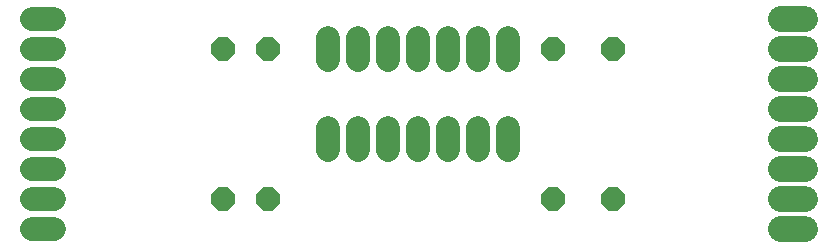
<source format=gbr>
G04 EAGLE Gerber X2 export*
G04 #@! %TF.Part,Single*
G04 #@! %TF.FileFunction,Soldermask,Bot,1*
G04 #@! %TF.FilePolarity,Negative*
G04 #@! %TF.GenerationSoftware,Autodesk,EAGLE,9.0.0*
G04 #@! %TF.CreationDate,2019-08-08T19:16:13Z*
G75*
%MOMM*%
%FSLAX34Y34*%
%LPD*%
%AMOC8*
5,1,8,0,0,1.08239X$1,22.5*%
G01*
%ADD10C,2.032000*%
%ADD11P,2.199416X8X112.500000*%
%ADD12P,2.199416X8X292.500000*%
%ADD13C,2.235200*%


D10*
X330200Y79756D02*
X330200Y98044D01*
X355600Y98044D02*
X355600Y79756D01*
X482600Y79756D02*
X482600Y98044D01*
X482600Y155956D02*
X482600Y174244D01*
X381000Y98044D02*
X381000Y79756D01*
X406400Y79756D02*
X406400Y98044D01*
X457200Y98044D02*
X457200Y79756D01*
X431800Y79756D02*
X431800Y98044D01*
X457200Y155956D02*
X457200Y174244D01*
X431800Y174244D02*
X431800Y155956D01*
X406400Y155956D02*
X406400Y174244D01*
X381000Y174244D02*
X381000Y155956D01*
X355600Y155956D02*
X355600Y174244D01*
X330200Y174244D02*
X330200Y155956D01*
D11*
X279400Y38100D03*
X279400Y165100D03*
D12*
X241300Y165100D03*
X241300Y38100D03*
D11*
X520700Y38100D03*
X520700Y165100D03*
D12*
X571500Y165100D03*
X571500Y38100D03*
D10*
X98044Y190500D02*
X79756Y190500D01*
X79756Y165100D02*
X98044Y165100D01*
X98044Y139700D02*
X79756Y139700D01*
X79756Y114300D02*
X98044Y114300D01*
X98044Y88900D02*
X79756Y88900D01*
X79756Y63500D02*
X98044Y63500D01*
X98044Y38100D02*
X79756Y38100D01*
X79756Y12700D02*
X98044Y12700D01*
D13*
X713740Y12700D02*
X734060Y12700D01*
X734060Y38100D02*
X713740Y38100D01*
X713740Y63500D02*
X734060Y63500D01*
X734060Y88900D02*
X713740Y88900D01*
X713740Y114300D02*
X734060Y114300D01*
X734060Y139700D02*
X713740Y139700D01*
X713740Y165100D02*
X734060Y165100D01*
X734060Y190500D02*
X713740Y190500D01*
M02*

</source>
